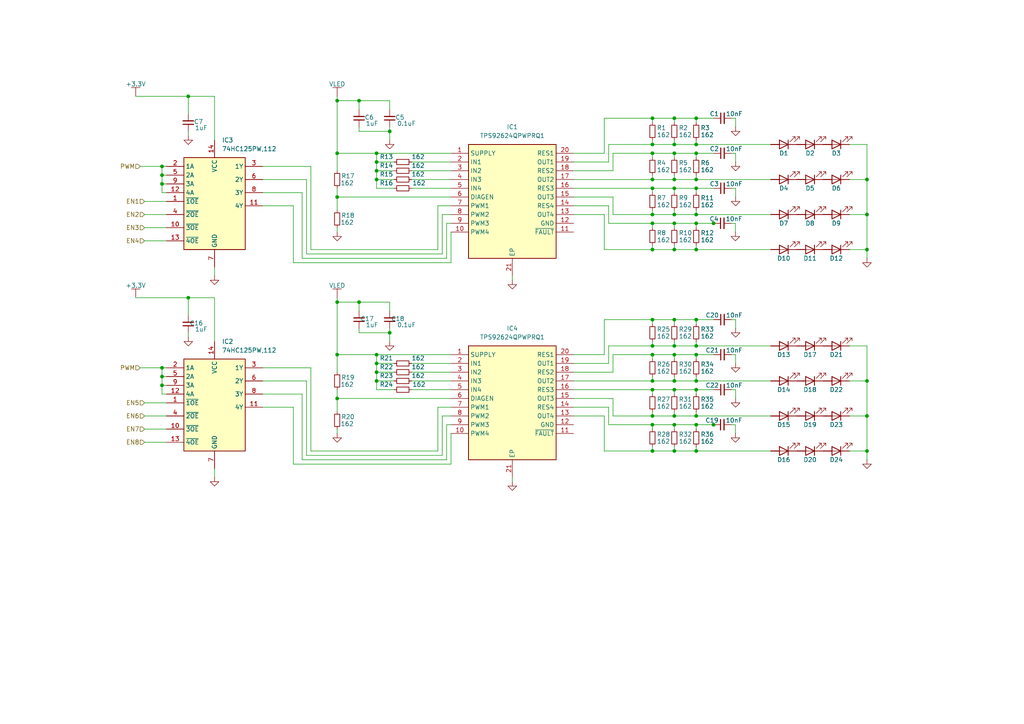
<source format=kicad_sch>
(kicad_sch (version 20250114) (generator "eeschema") (generator_version "9.0")
  (paper "A4")
  (lib_symbols
    (symbol "74HC125PW,112_1"
      (property "Reference" "IC" (at 24.13 7.62 0))
      (property "Value" "74HC125PW,112" (at 24.13 5.08 0))
      (symbol "74HC125PW,112_1_1_1"
        (pin passive line (at 0 0 0) (length 5.08) (name "1A") (number "2"))
        (pin passive line (at 0 -2.54 0) (length 5.08) (name "2A") (number "5"))
        (pin passive line (at 0 -5.08 0) (length 5.08) (name "3A") (number "9"))
        (pin passive line (at 0 -7.62 0) (length 5.08) (name "4A") (number "12"))
        (pin passive line (at 0 -10.16 0) (length 5.08) (name "~{1OE}") (number "1"))
        (pin passive line (at 0 -13.97 0) (length 5.08) (name "~{2OE}") (number "4"))
        (pin passive line (at 0 -17.78 0) (length 5.08) (name "~{3OE}") (number "10"))
        (pin passive line (at 0 -21.59 0) (length 5.08) (name "~{4OE}") (number "13"))
        (pin passive line (at 13.97 7.62 270) (length 5.08) (name "VCC") (number "14"))
        (pin passive line (at 13.97 -29.21 90) (length 5.08) (name "GND") (number "7"))
        (pin passive line (at 27.94 0 180) (length 5.08) (name "1Y") (number "3"))
        (pin passive line (at 27.94 -3.81 180) (length 5.08) (name "2Y") (number "6"))
        (pin passive line (at 27.94 -7.62 180) (length 5.08) (name "3Y") (number "8"))
        (pin passive line (at 27.94 -11.43 180) (length 5.08) (name "4Y") (number "11"))
      )
    )
    (symbol "Device:C_Small" (pin_numbers (hide yes)) (pin_names (offset 0.254) (hide yes))
      (property "Reference" "C" (at 0.254 1.778 0))
      (property "Value" "C_Small" (at 0.254 -2.032 0))
      (symbol "C_Small_1_1"
        (pin passive line (at 0 2.54 270) (length 2.032) (name "~") (number "1"))
        (pin passive line (at 0 -2.54 90) (length 2.032) (name "~") (number "2"))
      )
    )
    (symbol "Device:R_Small" (pin_numbers (hide yes)) (pin_names (offset 0.254) (hide yes))
      (property "Reference" "R" (at 0 0 90))
      (property "Value" "R_Small" (at 1.778 0 90))
      (symbol "R_Small_1_1"
        (pin passive line (at 0 2.54 270) (length 0.762) (name "~") (number "1"))
        (pin passive line (at 0 -2.54 90) (length 0.762) (name "~") (number "2"))
      )
    )
    (symbol "Library:LED" (pin_numbers (hide yes)) (pin_names (offset 1.016) (hide yes))
      (property "Reference" "D1" (at -1.5875 6.35 0))
      (property "Value" "LED" (at -1.5875 3.81 0))
      (symbol "LED_1_1"
        (pin passive line (at -3.81 0 0) (length 2.54) (name "K") (number "1"))
        (pin passive line (at 3.81 0 180) (length 2.54) (name "A") (number "2"))
        (pin passive line (at 3.81 0 180) (length 2.54) (name "A") (number "5"))
      )
    )
    (symbol "Library:TPS92624QPWPRQ1"
      (property "Reference" "IC" (at 31.75 7.62 0))
      (property "Value" "TPS92624QPWPRQ1" (at 31.75 5.08 0))
      (symbol "TPS92624QPWPRQ1_1_1"
        (pin passive line (at 0 0 0) (length 5.08) (name "SUPPLY") (number "1"))
        (pin passive line (at 0 -2.54 0) (length 5.08) (name "IN1") (number "2"))
        (pin passive line (at 0 -5.08 0) (length 5.08) (name "IN2") (number "3"))
        (pin passive line (at 0 -7.62 0) (length 5.08) (name "IN3") (number "4"))
        (pin passive line (at 0 -10.16 0) (length 5.08) (name "IN4") (number "5"))
        (pin passive line (at 0 -12.7 0) (length 5.08) (name "DIAGEN") (number "6"))
        (pin passive line (at 0 -15.24 0) (length 5.08) (name "PWM1") (number "7"))
        (pin passive line (at 0 -17.78 0) (length 5.08) (name "PWM2") (number "8"))
        (pin passive line (at 0 -20.32 0) (length 5.08) (name "PWM3") (number "9"))
        (pin passive line (at 0 -22.86 0) (length 5.08) (name "PWM4") (number "10"))
        (pin passive line (at 17.78 -35.56 90) (length 5.08) (name "EP") (number "21"))
        (pin passive line (at 35.56 0 180) (length 5.08) (name "RES1") (number "20"))
        (pin passive line (at 35.56 -2.54 180) (length 5.08) (name "OUT1") (number "19"))
        (pin passive line (at 35.56 -5.08 180) (length 5.08) (name "RES2") (number "18"))
        (pin passive line (at 35.56 -7.62 180) (length 5.08) (name "OUT2") (number "17"))
        (pin passive line (at 35.56 -10.16 180) (length 5.08) (name "RES3") (number "16"))
        (pin passive line (at 35.56 -12.7 180) (length 5.08) (name "OUT3") (number "15"))
        (pin passive line (at 35.56 -15.24 180) (length 5.08) (name "RES4") (number "14"))
        (pin passive line (at 35.56 -17.78 180) (length 5.08) (name "OUT4") (number "13"))
        (pin passive line (at 35.56 -20.32 180) (length 5.08) (name "GND") (number "12"))
        (pin passive line (at 35.56 -22.86 180) (length 5.08) (name "~{FAULT}") (number "11"))
      )
    )
    (symbol "power:+3.3V" (power) (pin_numbers (hide yes)) (pin_names (offset 0) (hide yes))
      (property "Value" "+3.3V" (at 0 3.556 0))
      (symbol "+3.3V_1_1"
        (pin power_in line (at 0 0 90) (length 0) (name "~") (number "1"))
      )
    )
    (symbol "power:GND" (power) (pin_numbers (hide yes)) (pin_names (offset 0) (hide yes))
      (property "Value" "GND" (at 0 -3.81 0))
      (symbol "GND_1_1"
        (pin power_in line (at 0 0 270) (length 0) (name "~") (number "1"))
      )
    )
  )
  (junction (at 113.03 38.1))
  (junction (at 195.58 72.39))
  (junction (at 46.99 53.34))
  (junction (at 189.23 44.45))
  (junction (at 104.14 29.21))
  (junction (at 109.22 49.53))
  (junction (at 201.93 34.29))
  (junction (at 97.79 57.15))
  (junction (at 109.22 44.45))
  (junction (at 97.79 29.21))
  (junction (at 46.99 48.26))
  (junction (at 251.46 110.49))
  (junction (at 201.93 120.65))
  (junction (at 201.93 41.91))
  (junction (at 201.93 62.23))
  (junction (at 201.93 110.49))
  (junction (at 195.58 62.23))
  (junction (at 189.23 64.77))
  (junction (at 251.46 52.07))
  (junction (at 195.58 41.91))
  (junction (at 109.22 110.49))
  (junction (at 251.46 120.65))
  (junction (at 201.93 64.77))
  (junction (at 189.23 52.07))
  (junction (at 46.99 109.22))
  (junction (at 195.58 120.65))
  (junction (at 201.93 130.81))
  (junction (at 189.23 54.61))
  (junction (at 195.58 110.49))
  (junction (at 251.46 62.23))
  (junction (at 195.58 54.61))
  (junction (at 195.58 52.07))
  (junction (at 46.99 106.68))
  (junction (at 201.93 52.07))
  (junction (at 251.46 72.39))
  (junction (at 206.9474 64.77))
  (junction (at 189.23 130.81))
  (junction (at 195.58 113.03))
  (junction (at 189.23 123.19))
  (junction (at 46.99 111.76))
  (junction (at 113.03 96.52))
  (junction (at 201.93 123.19))
  (junction (at 189.23 120.65))
  (junction (at 206.9474 123.19))
  (junction (at 189.23 110.49))
  (junction (at 189.23 92.71))
  (junction (at 195.58 123.19))
  (junction (at 201.93 44.45))
  (junction (at 109.22 102.87))
  (junction (at 201.93 72.39))
  (junction (at 189.23 62.23))
  (junction (at 97.79 44.45))
  (junction (at 201.93 54.61))
  (junction (at 195.58 130.81))
  (junction (at 104.14 87.63))
  (junction (at 109.22 46.99))
  (junction (at 201.93 113.03))
  (junction (at 54.61 86.36))
  (junction (at 201.93 102.87))
  (junction (at 97.79 115.57))
  (junction (at 189.23 72.39))
  (junction (at 189.23 34.29))
  (junction (at 189.23 100.33))
  (junction (at 195.58 102.87))
  (junction (at 251.46 130.81))
  (junction (at 46.99 50.8))
  (junction (at 109.22 52.07))
  (junction (at 195.58 92.71))
  (junction (at 201.93 92.71))
  (junction (at 109.22 107.95))
  (junction (at 195.58 34.29))
  (junction (at 97.79 87.63))
  (junction (at 201.93 100.33))
  (junction (at 189.23 102.87))
  (junction (at 195.58 44.45))
  (junction (at 109.22 105.41))
  (junction (at 195.58 100.33))
  (junction (at 189.23 113.03))
  (junction (at 195.58 64.77))
  (junction (at 189.23 41.91))
  (junction (at 97.79 102.87))
  (junction (at 54.61 27.94))
  (wire (pts (xy 195.58 92.71) (xy 195.58 93.98)))
  (wire (pts (xy 97.79 86.36) (xy 97.79 87.63)))
  (wire (pts (xy 201.93 41.91) (xy 223.52 41.91)))
  (wire (pts (xy 46.99 48.26) (xy 48.26 48.26)))
  (wire (pts (xy 46.99 111.76) (xy 48.26 111.76)))
  (wire (pts (xy 201.93 110.49) (xy 223.52 110.49)))
  (wire (pts (xy 195.58 44.45) (xy 201.93 44.45)))
  (wire (pts (xy 189.23 102.87) (xy 195.58 102.87)))
  (wire (pts (xy 201.93 72.39) (xy 223.52 72.39)))
  (wire (pts (xy 189.23 102.87) (xy 189.23 104.14)))
  (wire (pts (xy 201.93 113.03) (xy 201.93 114.3)))
  (wire (pts (xy 189.23 44.45) (xy 195.58 44.45)))
  (wire (pts (xy 175.26 72.39) (xy 189.23 72.39)))
  (wire (pts (xy 206.9474 64.77) (xy 207.01 64.77)))
  (wire (pts (xy 189.23 113.03) (xy 195.58 113.03)))
  (wire (pts (xy 201.93 92.71) (xy 201.93 93.98)))
  (wire (pts (xy 177.8 115.57) (xy 177.8 120.65)))
  (wire (pts (xy 195.58 92.71) (xy 201.93 92.71)))
  (wire (pts (xy 76.2 48.26) (xy 90.17 48.26)))
  (wire (pts (xy 129.54 133.35) (xy 87.63 133.35)))
  (wire (pts (xy 104.14 96.52) (xy 113.03 96.52)))
  (wire (pts (xy 87.63 74.93) (xy 87.63 55.88)))
  (wire (pts (xy 201.93 44.45) (xy 207.01 44.45)))
  (wire (pts (xy 189.23 123.19) (xy 189.23 124.46)))
  (wire (pts (xy 54.61 38.1) (xy 54.61 39.37)))
  (wire (pts (xy 46.99 50.8) (xy 48.26 50.8)))
  (wire (pts (xy 189.23 41.91) (xy 189.23 40.64)))
  (wire (pts (xy 176.53 118.11) (xy 176.53 123.19)))
  (wire (pts (xy 189.23 92.71) (xy 189.23 93.98)))
  (wire (pts (xy 97.79 119.38) (xy 97.79 115.57)))
  (wire (pts (xy 213.36 46.99) (xy 213.36 44.45)))
  (wire (pts (xy 195.58 113.03) (xy 195.58 114.3)))
  (wire (pts (xy 176.53 105.41) (xy 176.53 100.33)))
  (wire (pts (xy 130.81 64.77) (xy 129.54 64.77)))
  (wire (pts (xy 175.26 92.71) (xy 189.23 92.71)))
  (wire (pts (xy 41.91 58.42) (xy 48.26 58.42)))
  (wire (pts (xy 104.14 87.63) (xy 104.14 90.17)))
  (wire (pts (xy 97.79 29.21) (xy 97.79 44.45)))
  (wire (pts (xy 97.79 102.87) (xy 109.22 102.87)))
  (wire (pts (xy 97.79 44.45) (xy 97.79 49.53)))
  (wire (pts (xy 189.23 113.03) (xy 189.23 114.3)))
  (wire (pts (xy 189.23 100.33) (xy 189.23 99.06)))
  (wire (pts (xy 97.79 102.87) (xy 97.79 107.95)))
  (wire (pts (xy 97.79 60.96) (xy 97.79 57.15)))
  (wire (pts (xy 127 72.39) (xy 127 59.69)))
  (wire (pts (xy 114.3 113.03) (xy 109.22 113.03)))
  (wire (pts (xy 189.23 62.23) (xy 195.58 62.23)))
  (wire (pts (xy 119.38 46.99) (xy 130.81 46.99)))
  (wire (pts (xy 246.38 110.49) (xy 251.46 110.49)))
  (wire (pts (xy 195.58 110.49) (xy 195.58 109.22)))
  (wire (pts (xy 195.58 130.81) (xy 201.93 130.81)))
  (wire (pts (xy 195.58 64.77) (xy 201.93 64.77)))
  (wire (pts (xy 119.38 110.49) (xy 130.81 110.49)))
  (wire (pts (xy 109.22 44.45) (xy 130.81 44.45)))
  (wire (pts (xy 109.22 107.95) (xy 109.22 110.49)))
  (wire (pts (xy 130.81 123.19) (xy 129.54 123.19)))
  (wire (pts (xy 97.79 87.63) (xy 104.14 87.63)))
  (wire (pts (xy 195.58 120.65) (xy 195.58 119.38)))
  (wire (pts (xy 88.9 110.49) (xy 88.9 132.08)))
  (wire (pts (xy 109.22 49.53) (xy 109.22 52.07)))
  (wire (pts (xy 195.58 110.49) (xy 201.93 110.49)))
  (wire (pts (xy 195.58 100.33) (xy 195.58 99.06)))
  (wire (pts (xy 119.38 52.07) (xy 130.81 52.07)))
  (wire (pts (xy 41.91 116.84) (xy 48.26 116.84)))
  (wire (pts (xy 46.99 55.88) (xy 46.99 53.34)))
  (wire (pts (xy 189.23 120.65) (xy 195.58 120.65)))
  (wire (pts (xy 195.58 123.19) (xy 201.93 123.19)))
  (wire (pts (xy 175.26 62.23) (xy 175.26 72.39)))
  (wire (pts (xy 166.37 120.65) (xy 175.26 120.65)))
  (wire (pts (xy 189.23 120.65) (xy 189.23 119.38)))
  (wire (pts (xy 76.2 110.49) (xy 88.9 110.49)))
  (wire (pts (xy 189.23 130.81) (xy 189.23 129.54)))
  (wire (pts (xy 113.03 87.63) (xy 113.03 90.17)))
  (wire (pts (xy 189.23 123.19) (xy 195.58 123.19)))
  (wire (pts (xy 177.8 44.45) (xy 189.23 44.45)))
  (wire (pts (xy 104.14 87.63) (xy 113.03 87.63)))
  (wire (pts (xy 201.93 64.77) (xy 206.9474 64.77)))
  (wire (pts (xy 189.23 72.39) (xy 189.23 71.12)))
  (wire (pts (xy 213.2974 125.73) (xy 213.2974 123.19)))
  (wire (pts (xy 176.53 59.69) (xy 176.53 64.77)))
  (wire (pts (xy 166.37 118.11) (xy 176.53 118.11)))
  (wire (pts (xy 213.36 115.57) (xy 213.36 113.03)))
  (wire (pts (xy 251.46 130.81) (xy 251.46 133.35)))
  (wire (pts (xy 201.93 62.23) (xy 201.93 60.96)))
  (wire (pts (xy 246.38 62.23) (xy 251.46 62.23)))
  (wire (pts (xy 62.23 77.47) (xy 62.23 80.01)))
  (wire (pts (xy 189.23 44.45) (xy 189.23 45.72)))
  (wire (pts (xy 119.38 113.03) (xy 130.81 113.03)))
  (wire (pts (xy 213.36 57.15) (xy 213.36 54.61)))
  (wire (pts (xy 251.46 110.49) (xy 251.46 120.65)))
  (wire (pts (xy 166.37 57.15) (xy 177.8 57.15)))
  (wire (pts (xy 177.8 107.95) (xy 177.8 102.87)))
  (wire (pts (xy 246.38 52.07) (xy 251.46 52.07)))
  (wire (pts (xy 46.99 114.3) (xy 46.99 111.76)))
  (wire (pts (xy 97.79 57.15) (xy 97.79 54.61)))
  (wire (pts (xy 114.3 107.95) (xy 109.22 107.95)))
  (wire (pts (xy 129.54 64.77) (xy 129.54 74.93)))
  (wire (pts (xy 213.36 44.45) (xy 212.09 44.45)))
  (wire (pts (xy 189.23 41.91) (xy 195.58 41.91)))
  (wire (pts (xy 166.37 62.23) (xy 175.26 62.23)))
  (wire (pts (xy 46.99 50.8) (xy 46.99 48.26)))
  (wire (pts (xy 189.23 110.49) (xy 189.23 109.22)))
  (wire (pts (xy 201.93 52.07) (xy 223.52 52.07)))
  (wire (pts (xy 54.61 27.94) (xy 62.23 27.94)))
  (wire (pts (xy 195.58 62.23) (xy 201.93 62.23)))
  (wire (pts (xy 176.53 123.19) (xy 189.23 123.19)))
  (wire (pts (xy 119.38 49.53) (xy 130.81 49.53)))
  (wire (pts (xy 127 118.11) (xy 130.81 118.11)))
  (wire (pts (xy 166.37 44.45) (xy 175.26 44.45)))
  (wire (pts (xy 85.09 118.11) (xy 85.09 134.62)))
  (wire (pts (xy 148.59 80.01) (xy 148.59 81.28)))
  (wire (pts (xy 109.22 105.41) (xy 109.22 102.87)))
  (wire (pts (xy 195.58 62.23) (xy 195.58 60.96)))
  (wire (pts (xy 175.26 130.81) (xy 189.23 130.81)))
  (wire (pts (xy 113.03 38.1) (xy 113.03 36.83)))
  (wire (pts (xy 189.23 54.61) (xy 189.23 55.88)))
  (wire (pts (xy 213.36 113.03) (xy 212.09 113.03)))
  (wire (pts (xy 195.58 44.45) (xy 195.58 45.72)))
  (wire (pts (xy 195.58 100.33) (xy 201.93 100.33)))
  (wire (pts (xy 114.3 52.07) (xy 109.22 52.07)))
  (wire (pts (xy 97.79 27.94) (xy 97.79 29.21)))
  (wire (pts (xy 201.93 130.81) (xy 223.52 130.81)))
  (wire (pts (xy 76.2 59.69) (xy 85.09 59.69)))
  (wire (pts (xy 201.93 130.81) (xy 201.93 129.54)))
  (wire (pts (xy 195.58 113.03) (xy 201.93 113.03)))
  (wire (pts (xy 166.37 107.95) (xy 177.8 107.95)))
  (wire (pts (xy 201.93 41.91) (xy 201.93 40.64)))
  (wire (pts (xy 189.23 54.61) (xy 195.58 54.61)))
  (wire (pts (xy 175.26 44.45) (xy 175.26 34.29)))
  (wire (pts (xy 104.14 29.21) (xy 104.14 31.75)))
  (wire (pts (xy 46.99 53.34) (xy 46.99 50.8)))
  (wire (pts (xy 176.53 64.77) (xy 189.23 64.77)))
  (wire (pts (xy 109.22 110.49) (xy 109.22 113.03)))
  (wire (pts (xy 177.8 102.87) (xy 189.23 102.87)))
  (wire (pts (xy 40.64 106.68) (xy 46.99 106.68)))
  (wire (pts (xy 176.53 100.33) (xy 189.23 100.33)))
  (wire (pts (xy 104.14 38.1) (xy 113.03 38.1)))
  (wire (pts (xy 251.46 72.39) (xy 246.38 72.39)))
  (wire (pts (xy 54.61 86.36) (xy 54.61 91.44)))
  (wire (pts (xy 148.59 138.43) (xy 148.59 139.7)))
  (wire (pts (xy 251.46 62.23) (xy 251.46 72.39)))
  (wire (pts (xy 251.46 120.65) (xy 251.46 130.81)))
  (wire (pts (xy 195.58 72.39) (xy 195.58 71.12)))
  (wire (pts (xy 97.79 57.15) (xy 130.81 57.15)))
  (wire (pts (xy 189.23 130.81) (xy 195.58 130.81)))
  (wire (pts (xy 201.93 52.07) (xy 201.93 50.8)))
  (wire (pts (xy 177.8 49.53) (xy 177.8 44.45)))
  (wire (pts (xy 251.46 100.33) (xy 251.46 110.49)))
  (wire (pts (xy 119.38 107.95) (xy 130.81 107.95)))
  (wire (pts (xy 189.23 100.33) (xy 195.58 100.33)))
  (wire (pts (xy 54.61 27.94) (xy 54.61 33.02)))
  (wire (pts (xy 40.64 48.26) (xy 46.99 48.26)))
  (wire (pts (xy 109.22 105.41) (xy 114.3 105.41)))
  (wire (pts (xy 166.37 54.61) (xy 189.23 54.61)))
  (wire (pts (xy 189.23 110.49) (xy 195.58 110.49)))
  (wire (pts (xy 201.93 54.61) (xy 201.93 55.88)))
  (wire (pts (xy 195.58 64.77) (xy 195.58 66.04)))
  (wire (pts (xy 166.37 102.87) (xy 175.26 102.87)))
  (wire (pts (xy 189.23 34.29) (xy 195.58 34.29)))
  (wire (pts (xy 201.93 62.23) (xy 223.52 62.23)))
  (wire (pts (xy 41.91 120.65) (xy 48.26 120.65)))
  (wire (pts (xy 166.37 46.99) (xy 176.53 46.99)))
  (wire (pts (xy 90.17 106.68) (xy 90.17 130.81)))
  (wire (pts (xy 97.79 115.57) (xy 97.79 113.03)))
  (wire (pts (xy 166.37 49.53) (xy 177.8 49.53)))
  (wire (pts (xy 166.37 115.57) (xy 177.8 115.57)))
  (wire (pts (xy 104.14 29.21) (xy 113.03 29.21)))
  (wire (pts (xy 201.93 120.65) (xy 201.93 119.38)))
  (wire (pts (xy 177.8 120.65) (xy 189.23 120.65)))
  (wire (pts (xy 114.3 110.49) (xy 109.22 110.49)))
  (wire (pts (xy 246.38 120.65) (xy 251.46 120.65)))
  (wire (pts (xy 88.9 132.08) (xy 128.27 132.08)))
  (wire (pts (xy 97.79 124.46) (xy 97.79 125.73)))
  (wire (pts (xy 87.63 55.88) (xy 76.2 55.88)))
  (wire (pts (xy 41.91 124.46) (xy 48.26 124.46)))
  (wire (pts (xy 114.3 54.61) (xy 109.22 54.61)))
  (wire (pts (xy 246.38 100.33) (xy 251.46 100.33)))
  (wire (pts (xy 166.37 110.49) (xy 189.23 110.49)))
  (wire (pts (xy 175.26 120.65) (xy 175.26 130.81)))
  (wire (pts (xy 41.91 69.85) (xy 48.26 69.85)))
  (wire (pts (xy 97.79 44.45) (xy 109.22 44.45)))
  (wire (pts (xy 90.17 130.81) (xy 127 130.81)))
  (wire (pts (xy 201.93 100.33) (xy 201.93 99.06)))
  (wire (pts (xy 41.91 128.27) (xy 48.26 128.27)))
  (wire (pts (xy 166.37 52.07) (xy 189.23 52.07)))
  (wire (pts (xy 213.36 54.61) (xy 212.09 54.61)))
  (wire (pts (xy 251.46 41.91) (xy 251.46 52.07)))
  (wire (pts (xy 206.9474 123.19) (xy 207.01 123.19)))
  (wire (pts (xy 176.53 46.99) (xy 176.53 41.91)))
  (wire (pts (xy 41.91 66.04) (xy 48.26 66.04)))
  (wire (pts (xy 166.37 113.03) (xy 189.23 113.03)))
  (wire (pts (xy 129.54 74.93) (xy 87.63 74.93)))
  (wire (pts (xy 62.23 99.06) (xy 62.23 86.36)))
  (wire (pts (xy 85.09 76.2) (xy 130.81 76.2)))
  (wire (pts (xy 213.2974 67.31) (xy 213.2974 64.77)))
  (wire (pts (xy 251.46 72.39) (xy 251.46 74.93)))
  (wire (pts (xy 54.61 96.52) (xy 54.61 97.79)))
  (wire (pts (xy 46.99 111.76) (xy 46.99 109.22)))
  (wire (pts (xy 195.58 52.07) (xy 201.93 52.07)))
  (wire (pts (xy 251.46 52.07) (xy 251.46 62.23)))
  (wire (pts (xy 213.36 95.25) (xy 213.36 92.71)))
  (wire (pts (xy 195.58 34.29) (xy 201.93 34.29)))
  (wire (pts (xy 201.93 102.87) (xy 207.01 102.87)))
  (wire (pts (xy 189.23 64.77) (xy 195.58 64.77)))
  (wire (pts (xy 201.93 72.39) (xy 201.93 71.12)))
  (wire (pts (xy 87.63 133.35) (xy 87.63 114.3)))
  (wire (pts (xy 113.03 96.52) (xy 113.03 99.06)))
  (wire (pts (xy 175.26 102.87) (xy 175.26 92.71)))
  (wire (pts (xy 54.61 86.36) (xy 62.23 86.36)))
  (wire (pts (xy 246.38 41.91) (xy 251.46 41.91)))
  (wire (pts (xy 201.93 44.45) (xy 201.93 45.72)))
  (wire (pts (xy 128.27 73.66) (xy 128.27 62.23)))
  (wire (pts (xy 127 59.69) (xy 130.81 59.69)))
  (wire (pts (xy 109.22 46.99) (xy 109.22 49.53)))
  (wire (pts (xy 213.36 36.83) (xy 213.36 34.29)))
  (wire (pts (xy 76.2 52.07) (xy 88.9 52.07)))
  (wire (pts (xy 119.38 105.41) (xy 130.81 105.41)))
  (wire (pts (xy 176.53 41.91) (xy 189.23 41.91)))
  (wire (pts (xy 130.81 76.2) (xy 130.81 67.31)))
  (wire (pts (xy 113.03 96.52) (xy 113.03 95.25)))
  (wire (pts (xy 189.23 62.23) (xy 189.23 60.96)))
  (wire (pts (xy 201.93 123.19) (xy 201.93 124.46)))
  (wire (pts (xy 114.3 49.53) (xy 109.22 49.53)))
  (wire (pts (xy 46.99 109.22) (xy 46.99 106.68)))
  (wire (pts (xy 213.36 105.41) (xy 213.36 102.87)))
  (wire (pts (xy 97.79 66.04) (xy 97.79 67.31)))
  (wire (pts (xy 129.54 123.19) (xy 129.54 133.35)))
  (wire (pts (xy 195.58 54.61) (xy 195.58 55.88)))
  (wire (pts (xy 189.23 52.07) (xy 195.58 52.07)))
  (wire (pts (xy 87.63 114.3) (xy 76.2 114.3)))
  (wire (pts (xy 189.23 52.07) (xy 189.23 50.8)))
  (wire (pts (xy 128.27 62.23) (xy 130.81 62.23)))
  (wire (pts (xy 201.93 110.49) (xy 201.93 109.22)))
  (wire (pts (xy 109.22 46.99) (xy 109.22 44.45)))
  (wire (pts (xy 104.14 36.83) (xy 104.14 38.1)))
  (wire (pts (xy 166.37 59.69) (xy 176.53 59.69)))
  (wire (pts (xy 201.93 64.77) (xy 201.93 66.04)))
  (wire (pts (xy 128.27 120.65) (xy 130.81 120.65)))
  (wire (pts (xy 109.22 105.41) (xy 109.22 107.95)))
  (wire (pts (xy 62.23 135.89) (xy 62.23 138.43)))
  (wire (pts (xy 201.93 100.33) (xy 223.52 100.33)))
  (wire (pts (xy 213.2974 64.77) (xy 212.0274 64.77)))
  (wire (pts (xy 213.36 102.87) (xy 212.09 102.87)))
  (wire (pts (xy 76.2 106.68) (xy 90.17 106.68)))
  (wire (pts (xy 41.91 62.23) (xy 48.26 62.23)))
  (wire (pts (xy 46.99 53.34) (xy 48.26 53.34)))
  (wire (pts (xy 251.46 130.81) (xy 246.38 130.81)))
  (wire (pts (xy 127 130.81) (xy 127 118.11)))
  (wire (pts (xy 97.79 115.57) (xy 130.81 115.57)))
  (wire (pts (xy 195.58 130.81) (xy 195.58 129.54)))
  (wire (pts (xy 177.8 57.15) (xy 177.8 62.23)))
  (wire (pts (xy 76.2 118.11) (xy 85.09 118.11)))
  (wire (pts (xy 128.27 132.08) (xy 128.27 120.65)))
  (wire (pts (xy 213.36 34.29) (xy 212.09 34.29)))
  (wire (pts (xy 195.58 41.91) (xy 195.58 40.64)))
  (wire (pts (xy 195.58 72.39) (xy 201.93 72.39)))
  (wire (pts (xy 97.79 87.63) (xy 97.79 102.87)))
  (wire (pts (xy 175.26 34.29) (xy 189.23 34.29)))
  (wire (pts (xy 113.03 29.21) (xy 113.03 31.75)))
  (wire (pts (xy 201.93 34.29) (xy 207.01 34.29)))
  (wire (pts (xy 90.17 72.39) (xy 127 72.39)))
  (wire (pts (xy 85.09 134.62) (xy 130.81 134.62)))
  (wire (pts (xy 177.8 62.23) (xy 189.23 62.23)))
  (wire (pts (xy 88.9 52.07) (xy 88.9 73.66)))
  (wire (pts (xy 166.37 105.41) (xy 176.53 105.41)))
  (wire (pts (xy 119.38 54.61) (xy 130.81 54.61)))
  (wire (pts (xy 48.26 114.3) (xy 46.99 114.3)))
  (wire (pts (xy 109.22 46.99) (xy 114.3 46.99)))
  (wire (pts (xy 195.58 52.07) (xy 195.58 50.8)))
  (wire (pts (xy 201.93 54.61) (xy 207.01 54.61)))
  (wire (pts (xy 189.23 72.39) (xy 195.58 72.39)))
  (wire (pts (xy 195.58 120.65) (xy 201.93 120.65)))
  (wire (pts (xy 195.58 41.91) (xy 201.93 41.91)))
  (wire (pts (xy 201.93 34.29) (xy 201.93 35.56)))
  (wire (pts (xy 39.37 27.94) (xy 54.61 27.94)))
  (wire (pts (xy 109.22 52.07) (xy 109.22 54.61)))
  (wire (pts (xy 195.58 123.19) (xy 195.58 124.46)))
  (wire (pts (xy 48.26 55.88) (xy 46.99 55.88)))
  (wire (pts (xy 97.79 29.21) (xy 104.14 29.21)))
  (wire (pts (xy 109.22 102.87) (xy 130.81 102.87)))
  (wire (pts (xy 130.81 134.62) (xy 130.81 125.73)))
  (wire (pts (xy 201.93 120.65) (xy 223.52 120.65)))
  (wire (pts (xy 213.36 92.71) (xy 212.09 92.71)))
  (wire (pts (xy 201.93 102.87) (xy 201.93 104.14)))
  (wire (pts (xy 213.2974 123.19) (xy 212.0274 123.19)))
  (wire (pts (xy 195.58 102.87) (xy 201.93 102.87)))
  (wire (pts (xy 88.9 73.66) (xy 128.27 73.66)))
  (wire (pts (xy 113.03 38.1) (xy 113.03 40.64)))
  (wire (pts (xy 46.99 106.68) (xy 48.26 106.68)))
  (wire (pts (xy 195.58 34.29) (xy 195.58 35.56)))
  (wire (pts (xy 85.09 59.69) (xy 85.09 76.2)))
  (wire (pts (xy 46.99 109.22) (xy 48.26 109.22)))
  (wire (pts (xy 189.23 92.71) (xy 195.58 92.71)))
  (wire (pts (xy 189.23 64.77) (xy 189.23 66.04)))
  (wire (pts (xy 90.17 48.26) (xy 90.17 72.39)))
  (wire (pts (xy 201.93 113.03) (xy 207.01 113.03)))
  (wire (pts (xy 39.37 86.36) (xy 54.61 86.36)))
  (wire (pts (xy 62.23 40.64) (xy 62.23 27.94)))
  (wire (pts (xy 195.58 54.61) (xy 201.93 54.61)))
  (wire (pts (xy 195.58 102.87) (xy 195.58 104.14)))
  (wire (pts (xy 189.23 34.29) (xy 189.23 35.56)))
  (wire (pts (xy 201.93 123.19) (xy 206.9474 123.19)))
  (wire (pts (xy 201.93 92.71) (xy 207.01 92.71)))
  (wire (pts (xy 104.14 95.25) (xy 104.14 96.52)))
  (hierarchical_label "PWM" (shape input) (at 40.64 106.68 180))
  (hierarchical_label "EN6" (shape input) (at 41.91 120.65 180))
  (hierarchical_label "PWM" (shape input) (at 40.64 48.26 180))
  (hierarchical_label "EN3" (shape input) (at 41.91 66.04 180))
  (hierarchical_label "EN2" (shape input) (at 41.91 62.23 180))
  (hierarchical_label "EN4" (shape input) (at 41.91 69.85 180))
  (hierarchical_label "EN8" (shape input) (at 41.91 128.27 180))
  (hierarchical_label "EN7" (shape input) (at 41.91 124.46 180))
  (hierarchical_label "EN5" (shape input) (at 41.91 116.84 180))
  (hierarchical_label "EN1" (shape input) (at 41.91 58.42 180))
  (symbol (lib_id "Device:R_Small") (at 201.93 58.42 0) (unit 1)
    (property "Reference" "R11" (at 203.2 57.404 0) (effects (justify left)))
    (property "Value" "162" (at 203.2 59.436 0) (effects (justify left)))
    (property "Description" "Resistor, small symbol" (effects (hide yes)))
  )
  (symbol (lib_id "Device:R_Small") (at 201.93 96.52 0) (unit 1)
    (property "Reference" "R33" (at 203.2 95.504 0) (effects (justify left)))
    (property "Value" "162" (at 203.2 97.536 0) (effects (justify left)))
    (property "Description" "Resistor, small symbol" (effects (hide yes)))
  )
  (symbol (lib_id "Device:R_Small") (at 97.79 110.49 180) (unit 1)
    (property "Reference" "R19" (at 102.87 109.474 0) (effects (justify left)))
    (property "Value" "162" (at 102.616 111.506 0) (effects (justify left)))
    (property "Description" "Resistor, small symbol" (effects (hide yes)))
  )
  (symbol (lib_id "power:+3.3V") (at 97.79 27.94 0) (unit 1)
    (property "Reference" "#PWR021" (effects (hide yes)))
    (property "Value" "VLED" (at 97.79 24.384 0))
    (property "Description" "Power symbol creates a global label with name \"+3.3V\"" (effects (hide yes)))
  )
  (symbol (lib_id "Device:C_Small") (at 54.61 35.56 180) (unit 1)
    (property "Reference" "C7" (at 58.928 35.306 0) (effects (justify left)))
    (property "Value" "1uF" (at 60.198 37.084 0) (effects (justify left)))
    (property "Description" "Unpolarized capacitor, small symbol" (effects (hide yes)))
  )
  (symbol (lib_id "Device:R_Small") (at 189.23 58.42 0) (unit 1)
    (property "Reference" "R7" (at 190.5 57.404 0) (effects (justify left)))
    (property "Value" "162" (at 190.5 59.436 0) (effects (justify left)))
    (property "Description" "Resistor, small symbol" (effects (hide yes)))
  )
  (symbol (lib_id "Library:LED") (at 227.33 100.33 180) (unit 1)
    (property "Reference" "D13" (at 227.33 102.87 0))
    (property "Value" "LED" (effects (hide yes)))
    (property "Footprint" "Library:STW9Q14CT0U0HA" (effects (hide yes)))
    (property "Description" "Light emitting diode" (effects (hide yes)))
    (property "Sim.Pins" "1=K 2=A" (effects (hide yes)))
  )
  (symbol (lib_id "Library:LED") (at 234.95 100.33 180) (unit 1)
    (property "Reference" "D17" (at 234.95 102.87 0))
    (property "Value" "LED" (effects (hide yes)))
    (property "Footprint" "Library:STW9Q14CT0U0HA" (effects (hide yes)))
    (property "Description" "Light emitting diode" (effects (hide yes)))
    (property "Sim.Pins" "1=K 2=A" (effects (hide yes)))
  )
  (symbol (lib_id "Library:TPS92624QPWPRQ1") (at 130.81 102.87 0) (unit 1)
    (property "Reference" "IC4" (at 148.59 95.25 0))
    (property "Value" "TPS92624QPWPRQ1" (at 148.59 97.79 0))
    (property "Footprint" "Library:SOP65P640X120-21N" (effects (hide yes)))
    (property "Datasheet" "https://www.ti.com/lit/ds/symlink/tps92624-q1.pdf?ts=1694767333380&ref_url=https%253A%252F%252Fwww.ti.com%252Fproduct%252FTPS92624-Q1%252Fpart-details%252FTPS92624QPWPRQ1%253Futm_source%253Dgoogle%2526utm_medium%253Dcpc%2526utm_campaign%253Docb-tistore-pr" (effects (hide yes)))
    (property "Description" "TPS92624-Q1 Four-Channel, Automotive High Side LED Driver with Thermal Sharing Control" (effects (hide yes)))
    (property "Height" "1.2" (effects (hide yes)))
    (property "Manufacturer_Name" "Texas Instruments" (effects (hide yes)))
    (property "Manufacturer_Part_Number" "TPS92624QPWPRQ1" (effects (hide yes)))
    (property "Mouser Part Number" "595-TPS92624QPWPRQ1" (effects (hide yes)))
    (property "Mouser Price/Stock" "https://www.mouser.co.uk/ProductDetail/Texas-Instruments/TPS92624QPWPRQ1?qs=t7xnP681wgUaZydy8rdCYA%3D%3D" (effects (hide yes)))
    (property "Arrow Part Number" "TPS92624QPWPRQ1" (effects (hide yes)))
    (property "Arrow Price/Stock" "https://www.arrow.com/en/products/tps92624qpwprq1/texas-instruments?utm_currency=USD&region=nac" (effects (hide yes)))
  )
  (symbol (lib_id "Device:R_Small") (at 189.23 96.52 0) (unit 1)
    (property "Reference" "R25" (at 190.5 95.504 0) (effects (justify left)))
    (property "Value" "162" (at 190.5 97.536 0) (effects (justify left)))
    (property "Description" "Resistor, small symbol" (effects (hide yes)))
  )
  (symbol (lib_id "Library:LED") (at 242.57 100.33 180) (unit 1)
    (property "Reference" "D21" (at 242.57 102.87 0))
    (property "Value" "LED" (effects (hide yes)))
    (property "Footprint" "Library:STW9Q14CT0U0HA" (effects (hide yes)))
    (property "Description" "Light emitting diode" (effects (hide yes)))
    (property "Sim.Pins" "1=K 2=A" (effects (hide yes)))
  )
  (symbol (lib_id "Library:LED") (at 242.57 72.39 180) (unit 1)
    (property "Reference" "D12" (at 242.57 74.93 0))
    (property "Value" "LED" (effects (hide yes)))
    (property "Footprint" "Library:STW9Q14CT0U0HA" (effects (hide yes)))
    (property "Description" "Light emitting diode" (effects (hide yes)))
    (property "Sim.Pins" "1=K 2=A" (effects (hide yes)))
  )
  (symbol (lib_id "Device:R_Small") (at 195.58 58.42 0) (unit 1)
    (property "Reference" "R9" (at 196.85 57.404 0) (effects (justify left)))
    (property "Value" "162" (at 196.85 59.436 0) (effects (justify left)))
    (property "Description" "Resistor, small symbol" (effects (hide yes)))
  )
  (symbol (lib_id "Device:R_Small") (at 189.23 116.84 0) (unit 1)
    (property "Reference" "R27" (at 190.5 115.824 0) (effects (justify left)))
    (property "Value" "162" (at 190.5 117.856 0) (effects (justify left)))
    (property "Description" "Resistor, small symbol" (effects (hide yes)))
  )
  (symbol (lib_id "Device:R_Small") (at 116.84 52.07 90) (unit 1)
    (property "Reference" "R15" (at 114.046 50.546 90) (effects (justify left)))
    (property "Value" "162" (at 123.19 50.546 90) (effects (justify left)))
    (property "Description" "Resistor, small symbol" (effects (hide yes)))
  )
  (symbol (lib_id "Library:LED") (at 234.95 120.65 180) (unit 1)
    (property "Reference" "D19" (at 234.95 123.19 0))
    (property "Value" "LED" (effects (hide yes)))
    (property "Footprint" "Library:STW9Q14CT0U0HA" (effects (hide yes)))
    (property "Description" "Light emitting diode" (effects (hide yes)))
    (property "Sim.Pins" "1=K 2=A" (effects (hide yes)))
  )
  (symbol (lib_id "Library:LED") (at 227.33 41.91 180) (unit 1)
    (property "Reference" "D1" (at 227.33 44.45 0))
    (property "Value" "LED" (effects (hide yes)))
    (property "Footprint" "Library:STW9Q14CT0U0HA" (effects (hide yes)))
    (property "Description" "Light emitting diode" (effects (hide yes)))
    (property "Sim.Pins" "1=K 2=A" (effects (hide yes)))
  )
  (symbol (lib_id "power:GND") (at 213.36 36.83 0) (unit 1)
    (property "Reference" "#PWR04" (effects (hide yes)))
    (property "Value" "GND" (effects (hide yes)))
    (property "Description" "Power symbol creates a global label with name \"GND\" , ground" (effects (hide yes)))
  )
  (symbol (lib_id "Device:R_Small") (at 189.23 68.58 0) (unit 1)
    (property "Reference" "R8" (at 190.5 67.564 0) (effects (justify left)))
    (property "Value" "162" (at 190.5 69.596 0) (effects (justify left)))
    (property "Description" "Resistor, small symbol" (effects (hide yes)))
  )
  (symbol (lib_id "power:GND") (at 97.79 125.73 0) (unit 1)
    (property "Reference" "#PWR026" (effects (hide yes)))
    (property "Value" "GND" (effects (hide yes)))
    (property "Description" "Power symbol creates a global label with name \"GND\" , ground" (effects (hide yes)))
  )
  (symbol (lib_id "Device:C_Small") (at 209.55 54.61 90) (unit 1)
    (property "Reference" "C3" (at 208.534 53.34 90) (effects (justify left)))
    (property "Value" "10nF" (at 215.392 53.34 90) (effects (justify left)))
    (property "Description" "Unpolarized capacitor, small symbol" (effects (hide yes)))
  )
  (symbol (lib_id "power:GND") (at 213.36 57.15 0) (unit 1)
    (property "Reference" "#PWR06" (effects (hide yes)))
    (property "Value" "GND" (effects (hide yes)))
    (property "Description" "Power symbol creates a global label with name \"GND\" , ground" (effects (hide yes)))
  )
  (symbol (lib_id "Library:LED") (at 242.57 52.07 180) (unit 1)
    (property "Reference" "D6" (at 242.57 54.61 0))
    (property "Value" "LED" (effects (hide yes)))
    (property "Footprint" "Library:STW9Q14CT0U0HA" (effects (hide yes)))
    (property "Description" "Light emitting diode" (effects (hide yes)))
    (property "Sim.Pins" "1=K 2=A" (effects (hide yes)))
  )
  (symbol (lib_id "Device:R_Small") (at 195.58 116.84 0) (unit 1)
    (property "Reference" "R31" (at 196.85 115.824 0) (effects (justify left)))
    (property "Value" "162" (at 196.85 117.856 0) (effects (justify left)))
    (property "Description" "Resistor, small symbol" (effects (hide yes)))
  )
  (symbol (lib_id "Device:R_Small") (at 195.58 68.58 0) (unit 1)
    (property "Reference" "R10" (at 196.85 67.564 0) (effects (justify left)))
    (property "Value" "162" (at 196.85 69.596 0) (effects (justify left)))
    (property "Description" "Resistor, small symbol" (effects (hide yes)))
  )
  (symbol (lib_id "Device:R_Small") (at 116.84 54.61 90) (unit 1)
    (property "Reference" "R16" (at 114.046 53.086 90) (effects (justify left)))
    (property "Value" "162" (at 123.444 53.086 90) (effects (justify left)))
    (property "Description" "Resistor, small symbol" (effects (hide yes)))
  )
  (symbol (lib_id "Library:LED") (at 227.33 110.49 180) (unit 1)
    (property "Reference" "D14" (at 227.33 113.03 0))
    (property "Value" "LED" (effects (hide yes)))
    (property "Footprint" "Library:STW9Q14CT0U0HA" (effects (hide yes)))
    (property "Description" "Light emitting diode" (effects (hide yes)))
    (property "Sim.Pins" "1=K 2=A" (effects (hide yes)))
  )
  (symbol (lib_id "power:+3.3V") (at 97.79 86.36 0) (unit 1)
    (property "Reference" "#PWR025" (effects (hide yes)))
    (property "Value" "VLED" (at 97.79 82.804 0))
    (property "Description" "Power symbol creates a global label with name \"+3.3V\"" (effects (hide yes)))
  )
  (symbol (lib_id "Device:C_Small") (at 113.03 34.29 180) (unit 1)
    (property "Reference" "C5" (at 117.348 34.036 0) (effects (justify left)))
    (property "Value" "0.1uF" (at 120.65 35.814 0) (effects (justify left)))
    (property "Description" "Unpolarized capacitor, small symbol" (effects (hide yes)))
  )
  (symbol (lib_id "Library:LED") (at 227.33 72.39 180) (unit 1)
    (property "Reference" "D10" (at 227.33 74.93 0))
    (property "Value" "LED" (effects (hide yes)))
    (property "Footprint" "Library:STW9Q14CT0U0HA" (effects (hide yes)))
    (property "Description" "Light emitting diode" (effects (hide yes)))
    (property "Sim.Pins" "1=K 2=A" (effects (hide yes)))
  )
  (symbol (lib_id "Device:C_Small") (at 209.55 34.29 90) (unit 1)
    (property "Reference" "C1" (at 208.534 33.02 90) (effects (justify left)))
    (property "Value" "10nF" (at 215.392 33.02 90) (effects (justify left)))
    (property "Description" "Unpolarized capacitor, small symbol" (effects (hide yes)))
  )
  (symbol (lib_id "Device:R_Small") (at 116.84 113.03 90) (unit 1)
    (property "Reference" "R24" (at 114.046 111.506 90) (effects (justify left)))
    (property "Value" "162" (at 123.444 111.506 90) (effects (justify left)))
    (property "Description" "Resistor, small symbol" (effects (hide yes)))
  )
  (symbol (lib_id "Library:LED") (at 234.95 62.23 180) (unit 1)
    (property "Reference" "D8" (at 234.95 64.77 0))
    (property "Value" "LED" (effects (hide yes)))
    (property "Footprint" "Library:STW9Q14CT0U0HA" (effects (hide yes)))
    (property "Description" "Light emitting diode" (effects (hide yes)))
    (property "Sim.Pins" "1=K 2=A" (effects (hide yes)))
  )
  (symbol (lib_id "Device:C_Small") (at 209.55 113.03 90) (unit 1)
    (property "Reference" "C22" (at 208.534 111.76 90) (effects (justify left)))
    (property "Value" "10nF" (at 215.392 111.76 90) (effects (justify left)))
    (property "Description" "Unpolarized capacitor, small symbol" (effects (hide yes)))
  )
  (symbol (lib_id "Library:LED") (at 227.33 62.23 180) (unit 1)
    (property "Reference" "D7" (at 227.33 64.77 0))
    (property "Value" "LED" (effects (hide yes)))
    (property "Footprint" "Library:STW9Q14CT0U0HA" (effects (hide yes)))
    (property "Description" "Light emitting diode" (effects (hide yes)))
    (property "Sim.Pins" "1=K 2=A" (effects (hide yes)))
  )
  (symbol (lib_id "Device:R_Small") (at 195.58 38.1 0) (unit 1)
    (property "Reference" "R2" (at 196.85 37.084 0) (effects (justify left)))
    (property "Value" "162" (at 196.85 39.116 0) (effects (justify left)))
    (property "Description" "Resistor, small symbol" (effects (hide yes)))
  )
  (symbol (lib_id "power:GND") (at 62.23 80.01 0) (unit 1)
    (property "Reference" "#PWR01" (effects (hide yes)))
    (property "Value" "GND" (effects (hide yes)))
    (property "Description" "Power symbol creates a global label with name \"GND\" , ground" (effects (hide yes)))
  )
  (symbol (lib_id "Device:C_Small") (at 54.61 93.98 180) (unit 1)
    (property "Reference" "C16" (at 58.928 93.726 0) (effects (justify left)))
    (property "Value" "1uF" (at 60.198 95.504 0) (effects (justify left)))
    (property "Description" "Unpolarized capacitor, small symbol" (effects (hide yes)))
  )
  (symbol (lib_id "Device:C_Small") (at 209.4874 64.77 90) (unit 1)
    (property "Reference" "C4" (at 208.4714 63.5 90) (effects (justify left)))
    (property "Value" "10nF" (at 215.3294 63.5 90) (effects (justify left)))
    (property "Description" "Unpolarized capacitor, small symbol" (effects (hide yes)))
  )
  (symbol (lib_id "Device:R_Small") (at 97.79 121.92 180) (unit 1)
    (property "Reference" "R20" (at 102.87 120.904 0) (effects (justify left)))
    (property "Value" "162" (at 102.616 122.936 0) (effects (justify left)))
    (property "Description" "Resistor, small symbol" (effects (hide yes)))
  )
  (symbol (lib_id "Device:R_Small") (at 201.93 48.26 0) (unit 1)
    (property "Reference" "R6" (at 203.2 47.244 0) (effects (justify left)))
    (property "Value" "162" (at 203.2 49.276 0) (effects (justify left)))
    (property "Description" "Resistor, small symbol" (effects (hide yes)))
  )
  (symbol (lib_id "Library:LED") (at 234.95 110.49 180) (unit 1)
    (property "Reference" "D18" (at 234.95 113.03 0))
    (property "Value" "LED" (effects (hide yes)))
    (property "Footprint" "Library:STW9Q14CT0U0HA" (effects (hide yes)))
    (property "Description" "Light emitting diode" (effects (hide yes)))
    (property "Sim.Pins" "1=K 2=A" (effects (hide yes)))
  )
  (symbol (lib_id "power:GND") (at 213.36 105.41 0) (unit 1)
    (property "Reference" "#PWR031" (effects (hide yes)))
    (property "Value" "GND" (effects (hide yes)))
    (property "Description" "Power symbol creates a global label with name \"GND\" , ground" (effects (hide yes)))
  )
  (symbol (lib_id "Library:LED") (at 234.95 52.07 180) (unit 1)
    (property "Reference" "D5" (at 234.95 54.61 0))
    (property "Value" "LED" (effects (hide yes)))
    (property "Footprint" "Library:STW9Q14CT0U0HA" (effects (hide yes)))
    (property "Description" "Light emitting diode" (effects (hide yes)))
    (property "Sim.Pins" "1=K 2=A" (effects (hide yes)))
  )
  (symbol (lib_id "Device:R_Small") (at 201.93 68.58 0) (unit 1)
    (property "Reference" "R12" (at 203.2 67.564 0) (effects (justify left)))
    (property "Value" "162" (at 203.2 69.596 0) (effects (justify left)))
    (property "Description" "Resistor, small symbol" (effects (hide yes)))
  )
  (symbol (lib_id "Device:R_Small") (at 201.93 116.84 0) (unit 1)
    (property "Reference" "R35" (at 203.2 115.824 0) (effects (justify left)))
    (property "Value" "162" (at 203.2 117.856 0) (effects (justify left)))
    (property "Description" "Resistor, small symbol" (effects (hide yes)))
  )
  (symbol (lib_id "Library:LED") (at 234.95 130.81 180) (unit 1)
    (property "Reference" "D20" (at 234.95 133.35 0))
    (property "Value" "LED" (effects (hide yes)))
    (property "Footprint" "Library:STW9Q14CT0U0HA" (effects (hide yes)))
    (property "Description" "Light emitting diode" (effects (hide yes)))
    (property "Sim.Pins" "1=K 2=A" (effects (hide yes)))
  )
  (symbol (lib_id "Device:R_Small") (at 189.23 48.26 0) (unit 1)
    (property "Reference" "R4" (at 190.5 47.244 0) (effects (justify left)))
    (property "Value" "162" (at 190.5 49.276 0) (effects (justify left)))
    (property "Description" "Resistor, small symbol" (effects (hide yes)))
  )
  (symbol (lib_id "Library:LED") (at 227.33 130.81 180) (unit 1)
    (property "Reference" "D16" (at 227.33 133.35 0))
    (property "Value" "LED" (effects (hide yes)))
    (property "Footprint" "Library:STW9Q14CT0U0HA" (effects (hide yes)))
    (property "Description" "Light emitting diode" (effects (hide yes)))
    (property "Sim.Pins" "1=K 2=A" (effects (hide yes)))
  )
  (symbol (lib_id "power:GND") (at 54.61 97.79 0) (unit 1)
    (property "Reference" "#PWR023" (effects (hide yes)))
    (property "Value" "GND" (effects (hide yes)))
    (property "Description" "Power symbol creates a global label with name \"GND\" , ground" (effects (hide yes)))
  )
  (symbol (lib_id "Device:R_Small") (at 116.84 110.49 90) (unit 1)
    (property "Reference" "R23" (at 114.046 108.966 90) (effects (justify left)))
    (property "Value" "162" (at 123.19 108.966 90) (effects (justify left)))
    (property "Description" "Resistor, small symbol" (effects (hide yes)))
  )
  (symbol (lib_id "Library:LED") (at 242.57 130.81 180) (unit 1)
    (property "Reference" "D24" (at 242.57 133.35 0))
    (property "Value" "LED" (effects (hide yes)))
    (property "Footprint" "Library:STW9Q14CT0U0HA" (effects (hide yes)))
    (property "Description" "Light emitting diode" (effects (hide yes)))
    (property "Sim.Pins" "1=K 2=A" (effects (hide yes)))
  )
  (symbol (lib_id "power:GND") (at 213.2974 67.31 0) (unit 1)
    (property "Reference" "#PWR07" (effects (hide yes)))
    (property "Value" "GND" (effects (hide yes)))
    (property "Description" "Power symbol creates a global label with name \"GND\" , ground" (effects (hide yes)))
  )
  (symbol (lib_id "power:GND") (at 148.59 81.28 0) (unit 1)
    (property "Reference" "#PWR03" (effects (hide yes)))
    (property "Value" "GND" (effects (hide yes)))
    (property "Description" "Power symbol creates a global label with name \"GND\" , ground" (effects (hide yes)))
  )
  (symbol (lib_id "power:GND") (at 97.79 67.31 0) (unit 1)
    (property "Reference" "#PWR02" (effects (hide yes)))
    (property "Value" "GND" (effects (hide yes)))
    (property "Description" "Power symbol creates a global label with name \"GND\" , ground" (effects (hide yes)))
  )
  (symbol (lib_id "Device:R_Small") (at 97.79 63.5 180) (unit 1)
    (property "Reference" "R18" (at 102.87 62.484 0) (effects (justify left)))
    (property "Value" "162" (at 102.616 64.516 0) (effects (justify left)))
    (property "Description" "Resistor, small symbol" (effects (hide yes)))
  )
  (symbol (lib_id "Device:R_Small") (at 195.58 96.52 0) (unit 1)
    (property "Reference" "R29" (at 196.85 95.504 0) (effects (justify left)))
    (property "Value" "162" (at 196.85 97.536 0) (effects (justify left)))
    (property "Description" "Resistor, small symbol" (effects (hide yes)))
  )
  (symbol (lib_id "Library:LED") (at 234.95 72.39 180) (unit 1)
    (property "Reference" "D11" (at 234.95 74.93 0))
    (property "Value" "LED" (effects (hide yes)))
    (property "Footprint" "Library:STW9Q14CT0U0HA" (effects (hide yes)))
    (property "Description" "Light emitting diode" (effects (hide yes)))
    (property "Sim.Pins" "1=K 2=A" (effects (hide yes)))
  )
  (symbol (lib_id "power:GND") (at 251.46 133.35 0) (unit 1)
    (property "Reference" "#PWR033" (effects (hide yes)))
    (property "Value" "GND" (effects (hide yes)))
    (property "Description" "Power symbol creates a global label with name \"GND\" , ground" (effects (hide yes)))
  )
  (symbol (lib_id "power:GND") (at 113.03 40.64 0) (unit 1)
    (property "Reference" "#PWR09" (effects (hide yes)))
    (property "Value" "GND" (effects (hide yes)))
    (property "Description" "Power symbol creates a global label with name \"GND\" , ground" (effects (hide yes)))
  )
  (symbol (lib_id "Library:LED") (at 227.33 52.07 180) (unit 1)
    (property "Reference" "D4" (at 227.33 54.61 0))
    (property "Value" "LED" (effects (hide yes)))
    (property "Footprint" "Library:STW9Q14CT0U0HA" (effects (hide yes)))
    (property "Description" "Light emitting diode" (effects (hide yes)))
    (property "Sim.Pins" "1=K 2=A" (effects (hide yes)))
  )
  (symbol (lib_id "Library:LED") (at 242.57 41.91 180) (unit 1)
    (property "Reference" "D3" (at 242.57 44.45 0))
    (property "Value" "LED" (effects (hide yes)))
    (property "Footprint" "Library:STW9Q14CT0U0HA" (effects (hide yes)))
    (property "Description" "Light emitting diode" (effects (hide yes)))
    (property "Sim.Pins" "1=K 2=A" (effects (hide yes)))
  )
  (symbol (lib_id "Device:C_Small") (at 113.03 92.71 180) (unit 1)
    (property "Reference" "C18" (at 117.348 92.456 0) (effects (justify left)))
    (property "Value" "0.1uF" (at 120.65 94.234 0) (effects (justify left)))
    (property "Description" "Unpolarized capacitor, small symbol" (effects (hide yes)))
  )
  (symbol (lib_id "power:GND") (at 213.2974 125.73 0) (unit 1)
    (property "Reference" "#PWR029" (effects (hide yes)))
    (property "Value" "GND" (effects (hide yes)))
    (property "Description" "Power symbol creates a global label with name \"GND\" , ground" (effects (hide yes)))
  )
  (symbol (lib_id "Device:C_Small") (at 209.4874 123.19 90) (unit 1)
    (property "Reference" "C19" (at 208.4714 121.92 90) (effects (justify left)))
    (property "Value" "10nF" (at 215.3294 121.92 90) (effects (justify left)))
    (property "Description" "Unpolarized capacitor, small symbol" (effects (hide yes)))
  )
  (symbol (lib_id "Device:R_Small") (at 195.58 127 0) (unit 1)
    (property "Reference" "R32" (at 196.85 125.984 0) (effects (justify left)))
    (property "Value" "162" (at 196.85 128.016 0) (effects (justify left)))
    (property "Description" "Resistor, small symbol" (effects (hide yes)))
  )
  (symbol (lib_id "Library:LED") (at 234.95 41.91 180) (unit 1)
    (property "Reference" "D2" (at 234.95 44.45 0))
    (property "Value" "LED" (effects (hide yes)))
    (property "Footprint" "Library:STW9Q14CT0U0HA" (effects (hide yes)))
    (property "Description" "Light emitting diode" (effects (hide yes)))
    (property "Sim.Pins" "1=K 2=A" (effects (hide yes)))
  )
  (symbol (lib_id "Device:C_Small") (at 209.55 92.71 90) (unit 1)
    (property "Reference" "C20" (at 208.534 91.44 90) (effects (justify left)))
    (property "Value" "10nF" (at 215.392 91.44 90) (effects (justify left)))
    (property "Description" "Unpolarized capacitor, small symbol" (effects (hide yes)))
  )
  (symbol (lib_id "Device:R_Small") (at 189.23 38.1 0) (unit 1)
    (property "Reference" "R1" (at 190.5 37.084 0) (effects (justify left)))
    (property "Value" "162" (at 190.5 39.116 0) (effects (justify left)))
    (property "Description" "Resistor, small symbol" (effects (hide yes)))
  )
  (symbol (lib_id "Device:R_Small") (at 189.23 127 0) (unit 1)
    (property "Reference" "R28" (at 190.5 125.984 0) (effects (justify left)))
    (property "Value" "162" (at 190.5 128.016 0) (effects (justify left)))
    (property "Description" "Resistor, small symbol" (effects (hide yes)))
  )
  (symbol (lib_id "Library:LED") (at 242.57 120.65 180) (unit 1)
    (property "Reference" "D23" (at 242.57 123.19 0))
    (property "Value" "LED" (effects (hide yes)))
    (property "Footprint" "Library:STW9Q14CT0U0HA" (effects (hide yes)))
    (property "Description" "Light emitting diode" (effects (hide yes)))
    (property "Sim.Pins" "1=K 2=A" (effects (hide yes)))
  )
  (symbol (lib_id "Device:R_Small") (at 195.58 106.68 0) (unit 1)
    (property "Reference" "R30" (at 196.85 105.664 0) (effects (justify left)))
    (property "Value" "162" (at 196.85 107.696 0) (effects (justify left)))
    (property "Description" "Resistor, small symbol" (effects (hide yes)))
  )
  (symbol (lib_id "Device:C_Small") (at 209.55 102.87 90) (unit 1)
    (property "Reference" "C21" (at 208.534 101.6 90) (effects (justify left)))
    (property "Value" "10nF" (at 215.392 101.6 90) (effects (justify left)))
    (property "Description" "Unpolarized capacitor, small symbol" (effects (hide yes)))
  )
  (symbol (lib_id "power:GND") (at 54.61 39.37 0) (unit 1)
    (property "Reference" "#PWR010" (effects (hide yes)))
    (property "Value" "GND" (effects (hide yes)))
    (property "Description" "Power symbol creates a global label with name \"GND\" , ground" (effects (hide yes)))
  )
  (symbol (lib_id "power:GND") (at 251.46 74.93 0) (unit 1)
    (property "Reference" "#PWR08" (effects (hide yes)))
    (property "Value" "GND" (effects (hide yes)))
    (property "Description" "Power symbol creates a global label with name \"GND\" , ground" (effects (hide yes)))
  )
  (symbol (lib_id "power:GND") (at 213.36 46.99 0) (unit 1)
    (property "Reference" "#PWR05" (effects (hide yes)))
    (property "Value" "GND" (effects (hide yes)))
    (property "Description" "Power symbol creates a global label with name \"GND\" , ground" (effects (hide yes)))
  )
  (symbol (lib_id "Library:LED") (at 227.33 120.65 180) (unit 1)
    (property "Reference" "D15" (at 227.33 123.19 0))
    (property "Value" "LED" (effects (hide yes)))
    (property "Footprint" "Library:STW9Q14CT0U0HA" (effects (hide yes)))
    (property "Description" "Light emitting diode" (effects (hide yes)))
    (property "Sim.Pins" "1=K 2=A" (effects (hide yes)))
  )
  (symbol (lib_id "Device:R_Small") (at 201.93 38.1 0) (unit 1)
    (property "Reference" "R3" (at 203.2 37.084 0) (effects (justify left)))
    (property "Value" "162" (at 203.2 39.116 0) (effects (justify left)))
    (property "Description" "Resistor, small symbol" (effects (hide yes)))
  )
  (symbol (lib_id "Library:LED") (at 242.57 62.23 180) (unit 1)
    (property "Reference" "D9" (at 242.57 64.77 0))
    (property "Value" "LED" (effects (hide yes)))
    (property "Footprint" "Library:STW9Q14CT0U0HA" (effects (hide yes)))
    (property "Description" "Light emitting diode" (effects (hide yes)))
    (property "Sim.Pins" "1=K 2=A" (effects (hide yes)))
  )
  (symbol (lib_id "power:GND") (at 213.36 95.25 0) (unit 1)
    (property "Reference" "#PWR030" (effects (hide yes)))
    (property "Value" "GND" (effects (hide yes)))
    (property "Description" "Power symbol creates a global label with name \"GND\" , ground" (effects (hide yes)))
  )
  (symbol (lib_id "Library:TPS92624QPWPRQ1") (at 130.81 44.45 0) (unit 1)
    (property "Reference" "IC1" (at 148.59 36.83 0))
    (property "Value" "TPS92624QPWPRQ1" (at 148.59 39.37 0))
    (property "Footprint" "Library:SOP65P640X120-21N" (effects (hide yes)))
    (property "Datasheet" "https://www.ti.com/lit/ds/symlink/tps92624-q1.pdf?ts=1694767333380&ref_url=https%253A%252F%252Fwww.ti.com%252Fproduct%252FTPS92624-Q1%252Fpart-details%252FTPS92624QPWPRQ1%253Futm_source%253Dgoogle%2526utm_medium%253Dcpc%2526utm_campaign%253Docb-tistore-pr" (effects (hide yes)))
    (property "Description" "TPS92624-Q1 Four-Channel, Automotive High Side LED Driver with Thermal Sharing Control" (effects (hide yes)))
    (property "Height" "1.2" (effects (hide yes)))
    (property "Manufacturer_Name" "Texas Instruments" (effects (hide yes)))
    (property "Manufacturer_Part_Number" "TPS92624QPWPRQ1" (effects (hide yes)))
    (property "Mouser Part Number" "595-TPS92624QPWPRQ1" (effects (hide yes)))
    (property "Mouser Price/Stock" "https://www.mouser.co.uk/ProductDetail/Texas-Instruments/TPS92624QPWPRQ1?qs=t7xnP681wgUaZydy8rdCYA%3D%3D" (effects (hide yes)))
    (property "Arrow Part Number" "TPS92624QPWPRQ1" (effects (hide yes)))
    (property "Arrow Price/Stock" "https://www.arrow.com/en/products/tps92624qpwprq1/texas-instruments?utm_currency=USD&region=nac" (effects (hide yes)))
  )
  (symbol (lib_id "Library:LED") (at 242.57 110.49 180) (unit 1)
    (property "Reference" "D22" (at 242.57 113.03 0))
    (property "Value" "LED" (effects (hide yes)))
    (property "Footprint" "Library:STW9Q14CT0U0HA" (effects (hide yes)))
    (property "Description" "Light emitting diode" (effects (hide yes)))
    (property "Sim.Pins" "1=K 2=A" (effects (hide yes)))
  )
  (symbol (lib_id "Device:R_Small") (at 97.79 52.07 180) (unit 1)
    (property "Reference" "R17" (at 102.87 51.054 0) (effects (justify left)))
    (property "Value" "162" (at 102.616 53.086 0) (effects (justify left)))
    (property "Description" "Resistor, small symbol" (effects (hide yes)))
  )
  (symbol (lib_id "Device:C_Small") (at 209.55 44.45 90) (unit 1)
    (property "Reference" "C2" (at 208.534 43.18 90) (effects (justify left)))
    (property "Value" "10nF" (at 215.392 43.18 90) (effects (justify left)))
    (property "Description" "Unpolarized capacitor, small symbol" (effects (hide yes)))
  )
  (symbol (lib_id "Device:R_Small") (at 116.84 46.99 90) (unit 1)
    (property "Reference" "R13" (at 114.046 45.466 90) (effects (justify left)))
    (property "Value" "162" (at 123.19 45.466 90) (effects (justify left)))
    (property "Description" "Resistor, small symbol" (effects (hide yes)))
  )
  (symbol (lib_id "power:GND") (at 62.23 138.43 0) (unit 1)
    (property "Reference" "#PWR024" (effects (hide yes)))
    (property "Value" "GND" (effects (hide yes)))
    (property "Description" "Power symbol creates a global label with name \"GND\" , ground" (effects (hide yes)))
  )
  (symbol (lib_id "Device:R_Small") (at 201.93 106.68 0) (unit 1)
    (property "Reference" "R34" (at 203.2 105.664 0) (effects (justify left)))
    (property "Value" "162" (at 203.2 107.696 0) (effects (justify left)))
    (property "Description" "Resistor, small symbol" (effects (hide yes)))
  )
  (symbol (lib_id "Device:R_Small") (at 116.84 107.95 90) (unit 1)
    (property "Reference" "R22" (at 114.046 106.426 90) (effects (justify left)))
    (property "Value" "162" (at 123.19 106.426 90) (effects (justify left)))
    (property "Description" "Resistor, small symbol" (effects (hide yes)))
  )
  (symbol (lib_id "power:+3.3V") (at 39.37 86.36 0) (unit 1)
    (property "Reference" "#PWR022" (effects (hide yes)))
    (property "Value" "+3.3V" (at 39.37 82.804 0))
    (property "Description" "Power symbol creates a global label with name \"+3.3V\"" (effects (hide yes)))
  )
  (symbol (lib_name "74HC125PW,112_1") (lib_id "Library:74HC125PW,112") (at 48.26 48.26 0) (unit 1)
    (property "Reference" "IC3" (at 64.3733 40.64 0) (effects (justify left)))
    (property "Value" "74HC125PW,112" (at 64.3733 43.18 0) (effects (justify left)))
    (property "Footprint" "Library:SOP65P640X110-14N" (effects (hide yes)))
    (property "Datasheet" "https://assets.nexperia.com/documents/data-sheet/74HC_HCT125.pdf" (effects (hide yes)))
    (property "Description" "74HC(T)125 - Quad buffer/line driver; 3-state@en-us" (effects (hide yes)))
    (property "Height" "1.1" (effects (hide yes)))
    (property "Manufacturer_Name" "Nexperia" (effects (hide yes)))
    (property "Manufacturer_Part_Number" "74HC125PW,112" (effects (hide yes)))
    (property "Mouser Part Number" "771-HC125PW112" (effects (hide yes)))
    (property "Mouser Price/Stock" "https://www.mouser.co.uk/ProductDetail/Nexperia/74HC125PW112?qs=P62ublwmbi%252BZ%2FJLwta676g%3D%3D" (effects (hide yes)))
    (property "Arrow Part Number" "74HC125PW,112" (effects (hide yes)))
    (property "Arrow Price/Stock" "https://www.arrow.com/en/products/74hc125pw112/nexperia?region=europe" (effects (hide yes)))
  )
  (symbol (lib_id "power:GND") (at 213.36 115.57 0) (unit 1)
    (property "Reference" "#PWR032" (effects (hide yes)))
    (property "Value" "GND" (effects (hide yes)))
    (property "Description" "Power symbol creates a global label with name \"GND\" , ground" (effects (hide yes)))
  )
  (symbol (lib_id "power:+3.3V") (at 39.37 27.94 0) (unit 1)
    (property "Reference" "#PWR020" (effects (hide yes)))
    (property "Value" "+3.3V" (at 39.37 24.384 0))
    (property "Description" "Power symbol creates a global label with name \"+3.3V\"" (effects (hide yes)))
  )
  (symbol (lib_id "Device:R_Small") (at 189.23 106.68 0) (unit 1)
    (property "Reference" "R26" (at 190.5 105.664 0) (effects (justify left)))
    (property "Value" "162" (at 190.5 107.696 0) (effects (justify left)))
    (property "Description" "Resistor, small symbol" (effects (hide yes)))
  )
  (symbol (lib_id "Device:R_Small") (at 201.93 127 0) (unit 1)
    (property "Reference" "R36" (at 203.2 125.984 0) (effects (justify left)))
    (property "Value" "162" (at 203.2 128.016 0) (effects (justify left)))
    (property "Description" "Resistor, small symbol" (effects (hide yes)))
  )
  (symbol (lib_id "Device:R_Small") (at 116.84 49.53 90) (unit 1)
    (property "Reference" "R14" (at 114.046 48.006 90) (effects (justify left)))
    (property "Value" "162" (at 123.19 48.006 90) (effects (justify left)))
    (property "Description" "Resistor, small symbol" (effects (hide yes)))
  )
  (symbol (lib_id "Device:C_Small") (at 104.14 34.29 180) (unit 1)
    (property "Reference" "C6" (at 108.458 34.036 0) (effects (justify left)))
    (property "Value" "1uF" (at 109.728 35.814 0) (effects (justify left)))
    (property "Description" "Unpolarized capacitor, small symbol" (effects (hide yes)))
  )
  (symbol (lib_name "74HC125PW,112_1") (lib_id "Library:74HC125PW,112") (at 48.26 106.68 0) (unit 1)
    (property "Reference" "IC2" (at 64.3733 99.06 0) (effects (justify left)))
    (property "Value" "74HC125PW,112" (at 64.3733 101.6 0) (effects (justify left)))
    (property "Footprint" "Library:SOP65P640X110-14N" (effects (hide yes)))
    (property "Datasheet" "https://assets.nexperia.com/documents/data-sheet/74HC_HCT125.pdf" (effects (hide yes)))
    (property "Description" "74HC(T)125 - Quad buffer/line driver; 3-state@en-us" (effects (hide yes)))
    (property "Height" "1.1" (effects (hide yes)))
    (property "Manufacturer_Name" "Nexperia" (effects (hide yes)))
    (property "Manufacturer_Part_Number" "74HC125PW,112" (effects (hide yes)))
    (property "Mouser Part Number" "771-HC125PW112" (effects (hide yes)))
    (property "Mouser Price/Stock" "https://www.mouser.co.uk/ProductDetail/Nexperia/74HC125PW112?qs=P62ublwmbi%252BZ%2FJLwta676g%3D%3D" (effects (hide yes)))
    (property "Arrow Part Number" "74HC125PW,112" (effects (hide yes)))
    (property "Arrow Price/Stock" "https://www.arrow.com/en/products/74hc125pw112/nexperia?region=europe" (effects (hide yes)))
  )
  (symbol (lib_id "Device:C_Small") (at 104.14 92.71 180) (unit 1)
    (property "Reference" "C17" (at 108.458 92.456 0) (effects (justify left)))
    (property "Value" "1uF" (at 109.728 94.234 0) (effects (justify left)))
    (property "Description" "Unpolarized capacitor, small symbol" (effects (hide yes)))
  )
  (symbol (lib_id "power:GND") (at 113.03 99.06 0) (unit 1)
    (property "Reference" "#PWR027" (effects (hide yes)))
    (property "Value" "GND" (effects (hide yes)))
    (property "Description" "Power symbol creates a global label with name \"GND\" , ground" (effects (hide yes)))
  )
  (symbol (lib_id "Device:R_Small") (at 116.84 105.41 90) (unit 1)
    (property "Reference" "R21" (at 114.046 103.886 90) (effects (justify left)))
    (property "Value" "162" (at 123.19 103.886 90) (effects (justify left)))
    (property "Description" "Resistor, small symbol" (effects (hide yes)))
  )
  (symbol (lib_id "Device:R_Small") (at 195.58 48.26 0) (unit 1)
    (property "Reference" "R5" (at 196.85 47.244 0) (effects (justify left)))
    (property "Value" "162" (at 196.85 49.276 0) (effects (justify left)))
    (property "Description" "Resistor, small symbol" (effects (hide yes)))
  )
  (symbol (lib_id "power:GND") (at 148.59 139.7 0) (unit 1)
    (property "Reference" "#PWR028" (effects (hide yes)))
    (property "Value" "GND" (effects (hide yes)))
    (property "Description" "Power symbol creates a global label with name \"GND\" , ground" (effects (hide yes)))
  )
)
</source>
